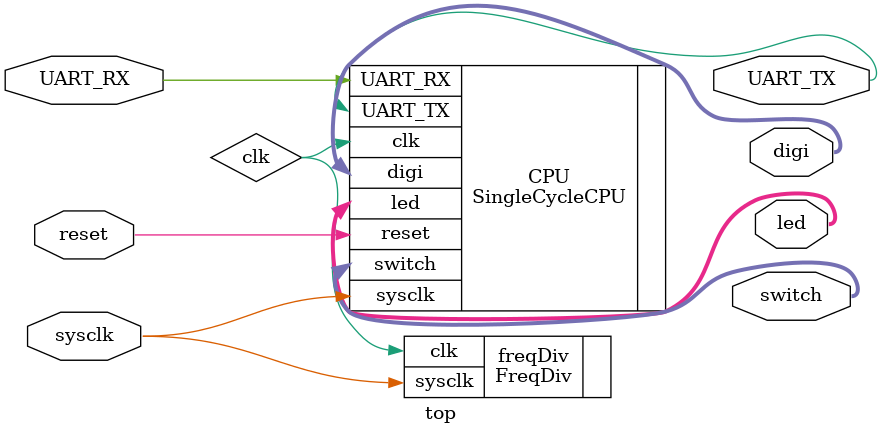
<source format=v>
module top(sysclk, reset, UART_RX, led, switch, digi, UART_TX);
input sysclk;
input reset;
input UART_RX;
output [7:0] led;
output [7:0] switch;
output [11:0] digi;
output UART_TX;

wire clk;

FreqDiv freqDiv(.sysclk(sysclk), .clk(clk));
SingleCycleCPU CPU(.sysclk(sysclk), .clk(clk), .reset(reset), .switch(switch), .led(led), .digi(digi), .UART_RX(UART_RX), .UART_TX(UART_TX));

endmodule
</source>
